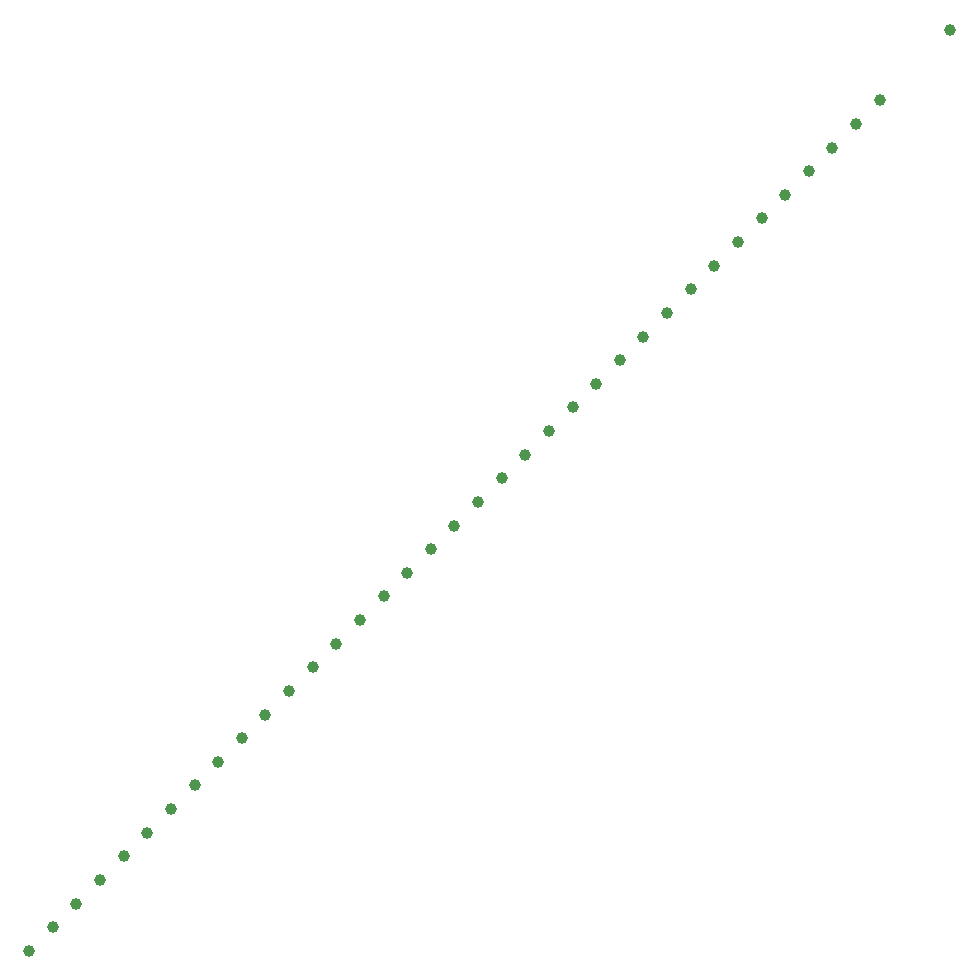
<source format=gbr>
G04 Examples for testing time performance of Gerber parsers*
%FSLAX26Y26*%
%MOMM*%
%ADD10C,1*%
%LPD*%
D10*
X0Y0D03*
X78000000Y78000000D03*
X2000000Y2000000D03*
X4000000Y4000000D03*
X6000000Y6000000D03*
X8000000Y8000000D03*
X10000000Y10000000D03*
X12000000Y12000000D03*
X14000000Y14000000D03*
X16000000Y16000000D03*
X18000000Y18000000D03*
X20000000Y20000000D03*
X22000000Y22000000D03*
X24000000Y24000000D03*
X26000000Y26000000D03*
X28000000Y28000000D03*
X30000000Y30000000D03*
X32000000Y32000000D03*
X34000000Y34000000D03*
X36000000Y36000000D03*
X38000000Y38000000D03*
X40000000Y40000000D03*
X42000000Y42000000D03*
X44000000Y44000000D03*
X46000000Y46000000D03*
X48000000Y48000000D03*
X50000000Y50000000D03*
X52000000Y52000000D03*
X54000000Y54000000D03*
X56000000Y56000000D03*
X58000000Y58000000D03*
X60000000Y60000000D03*
X62000000Y62000000D03*
X64000000Y64000000D03*
X66000000Y66000000D03*
X68000000Y68000000D03*
X70000000Y70000000D03*
X72000000Y72000000D03*
M02*

</source>
